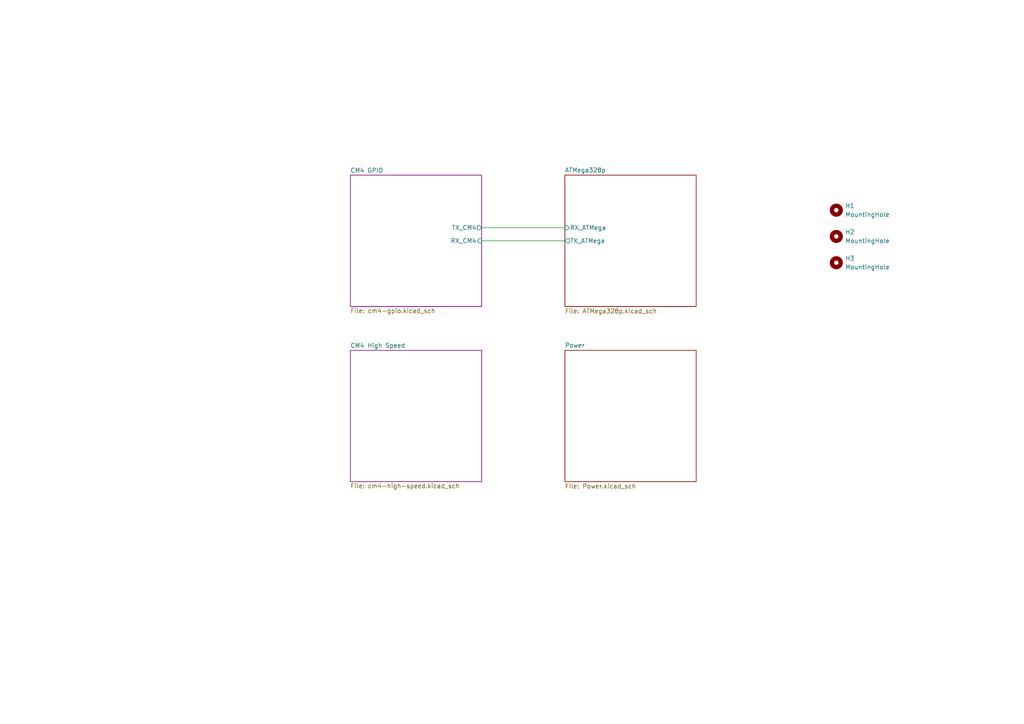
<source format=kicad_sch>
(kicad_sch (version 20230121) (generator eeschema)
  (paper "A4")
  (title_block (title "Bridge - Main Board") (date "2020-10-31") (rev "v01") (company "CanyonTeam") (comment 1 "Author: Clément MESLIF - Romain HUET"))
  (lib_symbols
    (symbol "Mechanical:MountingHole" (pin_names (offset 1.016))
      (property "Reference" "H" (at 0 5.08 0))
      (property "Value" "MountingHole" (at 0 3.175 0))
      (symbol "MountingHole_0_1"
        (circle (center 0 0) (radius 1.27) (stroke (width 1.27)))
      )
    )
  )
  (wire (pts (xy 139.7 69.85) (xy 163.83 69.85)))
  (wire (pts (xy 139.7 66.04) (xy 163.83 66.04)))
  (symbol (lib_id "Mechanical:MountingHole") (at 242.57 76.2 0) (unit 1)
    (property "Reference" "H3" (at 245.11 74.93 0) (effects (justify left)))
    (property "Value" "MountingHole" (at 245.11 77.47 0) (effects (justify left)))
    (property "Footprint" "MountingHole:MountingHole_2.2mm_M2" (effects hide))
  )
  (symbol (lib_id "Mechanical:MountingHole") (at 242.57 60.96 0) (unit 1)
    (property "Reference" "H1" (at 245.11 59.69 0) (effects (justify left)))
    (property "Value" "MountingHole" (at 245.11 62.23 0) (effects (justify left)))
    (property "Footprint" "MountingHole:MountingHole_2.2mm_M2" (effects hide))
  )
  (symbol (lib_id "Mechanical:MountingHole") (at 242.57 68.58 0) (unit 1)
    (property "Reference" "H2" (at 245.11 67.31 0) (effects (justify left)))
    (property "Value" "MountingHole" (at 245.11 69.85 0) (effects (justify left)))
    (property "Footprint" "MountingHole:MountingHole_2.2mm_M2" (effects hide))
  )
  (sheet (at 163.83 101.6) (size 38.1 38.1) (stroke (width 0.1524))
    (property "Sheetname" "Power" (at 163.83 100.8884 0) (effects (justify left bottom)))
    (property "Sheetfile" "Power.kicad_sch" (at 163.83 140.2846 0) (effects (justify left top)))
  )
  (sheet (at 163.83 50.8) (size 38.1 38.1) (stroke (width 0.1524))
    (property "Sheetname" "ATMega328p" (at 163.83 50.0884 0) (effects (justify left bottom)))
    (property "Sheetfile" "ATMega328p.kicad_sch" (at 163.83 89.4846 0) (effects (justify left top)))
    (pin "RX_ATMega" input (at 163.83 66.04 180))
    (pin "TX_ATMega" output (at 163.83 69.85 180))
  )
  (sheet (at 101.6 101.6) (size 38.1 38.1) (stroke (width 0) (color 132 0 132 1)) (fill (color 255 255 255 0.0000))
    (property "Sheetname" "CM4 High Speed" (at 101.6 100.9645 0) (effects (justify left bottom)))
    (property "Sheetfile" "cm4-high-speed.kicad_sch" (at 101.6 140.2085 0) (effects (justify left top)))
  )
  (sheet (at 101.6 50.8) (size 38.1 38.1) (stroke (width 0) (color 132 0 132 1)) (fill (color 255 255 255 0.0000))
    (property "Sheetname" "CM4 GPIO" (at 101.6 50.1645 0) (effects (justify left bottom)))
    (property "Sheetfile" "cm4-gpio.kicad_sch" (at 101.6 89.4085 0) (effects (justify left top)))
    (pin "TX_CM4" output (at 139.7 66.04 0))
    (pin "RX_CM4" input (at 139.7 69.85 0))
  )
)
</source>
